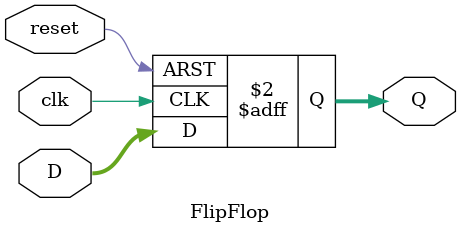
<source format=v>
`timescale 1ns / 1ps


module FlipFlop #(
    parameter WIDTH = 32
    )
    (
    input clk,reset,
    input [WIDTH-1:0] D,
    output reg [WIDTH-1:0] Q
    );
    
    
always @(posedge clk, posedge reset) begin
    if (reset) 
        Q <= {WIDTH{1'b0}};
    else 
        Q <= D;
end



endmodule
</source>
